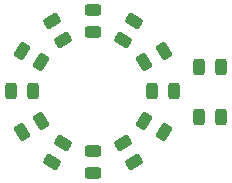
<source format=gbr>
G04 #@! TF.GenerationSoftware,KiCad,Pcbnew,6.0.8-f2edbf62ab~116~ubuntu22.04.1*
G04 #@! TF.CreationDate,2023-01-10T16:41:05-08:00*
G04 #@! TF.ProjectId,led_ring,6c65645f-7269-46e6-972e-6b696361645f,rev?*
G04 #@! TF.SameCoordinates,Original*
G04 #@! TF.FileFunction,Paste,Top*
G04 #@! TF.FilePolarity,Positive*
%FSLAX46Y46*%
G04 Gerber Fmt 4.6, Leading zero omitted, Abs format (unit mm)*
G04 Created by KiCad (PCBNEW 6.0.8-f2edbf62ab~116~ubuntu22.04.1) date 2023-01-10 16:41:05*
%MOMM*%
%LPD*%
G01*
G04 APERTURE LIST*
G04 Aperture macros list*
%AMRoundRect*
0 Rectangle with rounded corners*
0 $1 Rounding radius*
0 $2 $3 $4 $5 $6 $7 $8 $9 X,Y pos of 4 corners*
0 Add a 4 corners polygon primitive as box body*
4,1,4,$2,$3,$4,$5,$6,$7,$8,$9,$2,$3,0*
0 Add four circle primitives for the rounded corners*
1,1,$1+$1,$2,$3*
1,1,$1+$1,$4,$5*
1,1,$1+$1,$6,$7*
1,1,$1+$1,$8,$9*
0 Add four rect primitives between the rounded corners*
20,1,$1+$1,$2,$3,$4,$5,0*
20,1,$1+$1,$4,$5,$6,$7,0*
20,1,$1+$1,$6,$7,$8,$9,0*
20,1,$1+$1,$8,$9,$2,$3,0*%
G04 Aperture macros list end*
%ADD10RoundRect,0.243750X0.243750X0.456250X-0.243750X0.456250X-0.243750X-0.456250X0.243750X-0.456250X0*%
%ADD11RoundRect,0.243750X-0.243750X-0.456250X0.243750X-0.456250X0.243750X0.456250X-0.243750X0.456250X0*%
%ADD12RoundRect,0.243750X0.017031X-0.516999X0.439219X-0.273249X-0.017031X0.516999X-0.439219X0.273249X0*%
%ADD13RoundRect,0.243750X0.273249X-0.439219X0.516999X-0.017031X-0.273249X0.439219X-0.516999X0.017031X0*%
%ADD14RoundRect,0.243750X0.456250X-0.243750X0.456250X0.243750X-0.456250X0.243750X-0.456250X-0.243750X0*%
%ADD15RoundRect,0.243750X0.516999X0.017031X0.273249X0.439219X-0.516999X-0.017031X-0.273249X-0.439219X0*%
%ADD16RoundRect,0.243750X0.439219X0.273249X0.017031X0.516999X-0.439219X-0.273249X-0.017031X-0.516999X0*%
%ADD17RoundRect,0.243750X-0.017031X0.516999X-0.439219X0.273249X0.017031X-0.516999X0.439219X-0.273249X0*%
%ADD18RoundRect,0.243750X-0.273249X0.439219X-0.516999X0.017031X0.273249X-0.439219X0.516999X-0.017031X0*%
%ADD19RoundRect,0.243750X-0.456250X0.243750X-0.456250X-0.243750X0.456250X-0.243750X0.456250X0.243750X0*%
%ADD20RoundRect,0.243750X-0.516999X-0.017031X-0.273249X-0.439219X0.516999X0.017031X0.273249X0.439219X0*%
%ADD21RoundRect,0.243750X-0.439219X-0.273249X-0.017031X-0.516999X0.439219X0.273249X0.017031X0.516999X0*%
G04 APERTURE END LIST*
D10*
X61643500Y-52959000D03*
X59768500Y-52959000D03*
X59768500Y-48768000D03*
X61643500Y-48768000D03*
D11*
X55831500Y-50800000D03*
X57706500Y-50800000D03*
D12*
X56781199Y-47346750D03*
X55157401Y-48284250D03*
D13*
X53315750Y-46442599D03*
X54253250Y-44818801D03*
D14*
X50800000Y-43893500D03*
X50800000Y-45768500D03*
D15*
X48284250Y-46442599D03*
X47346750Y-44818801D03*
D16*
X44818801Y-47346750D03*
X46442599Y-48284250D03*
D10*
X45768500Y-50800000D03*
X43893500Y-50800000D03*
D17*
X44818801Y-54253250D03*
X46442599Y-53315750D03*
D18*
X48284250Y-55157401D03*
X47346750Y-56781199D03*
D19*
X50800000Y-57706500D03*
X50800000Y-55831500D03*
D20*
X53315750Y-55157401D03*
X54253250Y-56781199D03*
D21*
X56781199Y-54253250D03*
X55157401Y-53315750D03*
M02*

</source>
